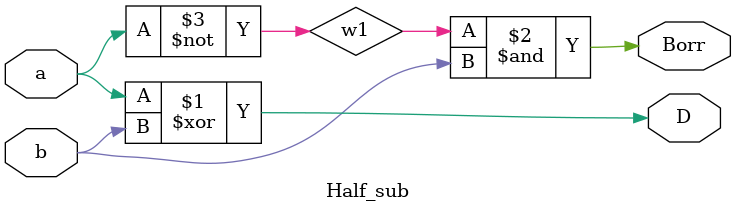
<source format=v>
`timescale 1ns / 1ps


module Half_sub(
    input a,
    input b,
    output D,
    output Borr
    );
    wire w1;
    xor a1(D,a,b);
    not a2(w1,a);
    and a3(Borr,w1,b);
    
endmodule

</source>
